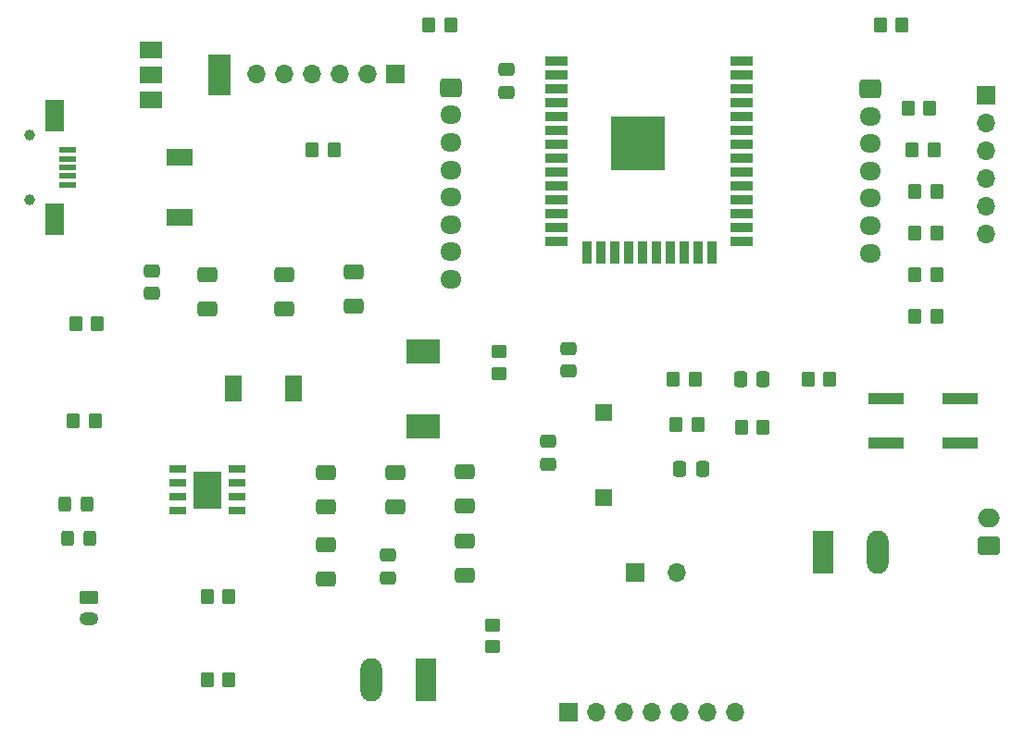
<source format=gts>
G04 #@! TF.GenerationSoftware,KiCad,Pcbnew,(6.0.4)*
G04 #@! TF.CreationDate,2022-05-21T11:57:55-05:00*
G04 #@! TF.ProjectId,REEL,5245454c-2e6b-4696-9361-645f70636258,rev?*
G04 #@! TF.SameCoordinates,Original*
G04 #@! TF.FileFunction,Soldermask,Top*
G04 #@! TF.FilePolarity,Negative*
%FSLAX46Y46*%
G04 Gerber Fmt 4.6, Leading zero omitted, Abs format (unit mm)*
G04 Created by KiCad (PCBNEW (6.0.4)) date 2022-05-21 11:57:55*
%MOMM*%
%LPD*%
G01*
G04 APERTURE LIST*
G04 Aperture macros list*
%AMRoundRect*
0 Rectangle with rounded corners*
0 $1 Rounding radius*
0 $2 $3 $4 $5 $6 $7 $8 $9 X,Y pos of 4 corners*
0 Add a 4 corners polygon primitive as box body*
4,1,4,$2,$3,$4,$5,$6,$7,$8,$9,$2,$3,0*
0 Add four circle primitives for the rounded corners*
1,1,$1+$1,$2,$3*
1,1,$1+$1,$4,$5*
1,1,$1+$1,$6,$7*
1,1,$1+$1,$8,$9*
0 Add four rect primitives between the rounded corners*
20,1,$1+$1,$2,$3,$4,$5,0*
20,1,$1+$1,$4,$5,$6,$7,0*
20,1,$1+$1,$6,$7,$8,$9,0*
20,1,$1+$1,$8,$9,$2,$3,0*%
G04 Aperture macros list end*
%ADD10RoundRect,0.250000X0.650000X-0.412500X0.650000X0.412500X-0.650000X0.412500X-0.650000X-0.412500X0*%
%ADD11RoundRect,0.250000X-0.650000X0.412500X-0.650000X-0.412500X0.650000X-0.412500X0.650000X0.412500X0*%
%ADD12RoundRect,0.250000X-0.475000X0.337500X-0.475000X-0.337500X0.475000X-0.337500X0.475000X0.337500X0*%
%ADD13RoundRect,0.250000X0.475000X-0.337500X0.475000X0.337500X-0.475000X0.337500X-0.475000X-0.337500X0*%
%ADD14RoundRect,0.250000X-0.350000X-0.450000X0.350000X-0.450000X0.350000X0.450000X-0.350000X0.450000X0*%
%ADD15RoundRect,0.250000X0.350000X0.450000X-0.350000X0.450000X-0.350000X-0.450000X0.350000X-0.450000X0*%
%ADD16R,2.000000X1.500000*%
%ADD17R,2.000000X3.800000*%
%ADD18O,1.980000X3.960000*%
%ADD19R,1.980000X3.960000*%
%ADD20R,1.700000X1.700000*%
%ADD21O,1.700000X1.700000*%
%ADD22RoundRect,0.250000X0.337500X0.475000X-0.337500X0.475000X-0.337500X-0.475000X0.337500X-0.475000X0*%
%ADD23RoundRect,0.250000X0.325000X0.450000X-0.325000X0.450000X-0.325000X-0.450000X0.325000X-0.450000X0*%
%ADD24O,1.950000X1.700000*%
%ADD25RoundRect,0.250000X-0.725000X0.600000X-0.725000X-0.600000X0.725000X-0.600000X0.725000X0.600000X0*%
%ADD26RoundRect,0.250000X-0.450000X0.350000X-0.450000X-0.350000X0.450000X-0.350000X0.450000X0.350000X0*%
%ADD27R,3.200000X1.000000*%
%ADD28R,2.000000X0.900000*%
%ADD29R,0.900000X2.000000*%
%ADD30R,5.000000X5.000000*%
%ADD31R,1.500000X2.400000*%
%ADD32R,2.513000X3.402000*%
%ADD33R,1.525000X0.700000*%
%ADD34O,2.000000X1.700000*%
%ADD35RoundRect,0.250000X0.750000X-0.600000X0.750000X0.600000X-0.750000X0.600000X-0.750000X-0.600000X0*%
%ADD36R,1.800000X3.000000*%
%ADD37R,1.500000X0.500000*%
%ADD38C,1.000000*%
%ADD39R,3.120000X2.290000*%
%ADD40O,1.750000X1.200000*%
%ADD41RoundRect,0.250000X-0.625000X0.350000X-0.625000X-0.350000X0.625000X-0.350000X0.625000X0.350000X0*%
%ADD42R,2.400000X1.500000*%
%ADD43R,1.500000X1.500000*%
G04 APERTURE END LIST*
D10*
X60325000Y-86945000D03*
X60325000Y-83820000D03*
X76835000Y-104970000D03*
X76835000Y-101845000D03*
D11*
X76835000Y-108195000D03*
X76835000Y-111320000D03*
D10*
X53340000Y-86945000D03*
X53340000Y-83820000D03*
X64135000Y-105067500D03*
X64135000Y-101942500D03*
X70485000Y-105067500D03*
X70485000Y-101942500D03*
D12*
X69850000Y-109470000D03*
X69850000Y-111545000D03*
D10*
X66675000Y-86652500D03*
X66675000Y-83527500D03*
D13*
X48260000Y-85492500D03*
X48260000Y-83417500D03*
D10*
X64135000Y-111662500D03*
X64135000Y-108537500D03*
D14*
X53267500Y-113275000D03*
X55267500Y-113275000D03*
D15*
X55267500Y-120895000D03*
X53267500Y-120895000D03*
X43052500Y-97155000D03*
X41052500Y-97155000D03*
X43252500Y-88265000D03*
X41252500Y-88265000D03*
D12*
X86360000Y-90535000D03*
X86360000Y-92610000D03*
D16*
X48107600Y-63195200D03*
X48107600Y-65495200D03*
D17*
X54407600Y-65495200D03*
D16*
X48107600Y-67795200D03*
D14*
X73565000Y-60960000D03*
X75565000Y-60960000D03*
X96155000Y-97520000D03*
X98155000Y-97520000D03*
D18*
X114630000Y-109220000D03*
D19*
X109630000Y-109220000D03*
D20*
X86360000Y-123825000D03*
D21*
X88900000Y-123825000D03*
X91440000Y-123825000D03*
X93980000Y-123825000D03*
X96520000Y-123825000D03*
X99060000Y-123825000D03*
X101600000Y-123825000D03*
D14*
X102140000Y-97790000D03*
X104140000Y-97790000D03*
D15*
X110220000Y-93345000D03*
X108220000Y-93345000D03*
D21*
X57785000Y-65405000D03*
X60325000Y-65405000D03*
X62865000Y-65405000D03*
X65405000Y-65405000D03*
X67945000Y-65405000D03*
D20*
X70485000Y-65405000D03*
X92405200Y-111023400D03*
D21*
X96215200Y-111023400D03*
D12*
X84455000Y-99060000D03*
X84455000Y-101135000D03*
D22*
X104140000Y-93345000D03*
X102065000Y-93345000D03*
D23*
X42545000Y-107950000D03*
X40495000Y-107950000D03*
D15*
X64865000Y-72390000D03*
X62865000Y-72390000D03*
D23*
X42300000Y-104775000D03*
X40250000Y-104775000D03*
D18*
X68250000Y-120895000D03*
D19*
X73250000Y-120895000D03*
D12*
X80645000Y-65002500D03*
X80645000Y-67077500D03*
D24*
X75565000Y-84175000D03*
X75565000Y-81675000D03*
X75565000Y-79175000D03*
X75565000Y-76675000D03*
X75565000Y-74175000D03*
X75565000Y-71675000D03*
X75565000Y-69175000D03*
D25*
X75565000Y-66675000D03*
D26*
X80010000Y-90805000D03*
X80010000Y-92805000D03*
D24*
X113965000Y-81795000D03*
X113965000Y-79295000D03*
X113965000Y-76795000D03*
X113965000Y-74295000D03*
X113965000Y-71795000D03*
X113965000Y-69295000D03*
D25*
X113965000Y-66795000D03*
D15*
X120015000Y-87630000D03*
X118015000Y-87630000D03*
D26*
X79375000Y-115840000D03*
X79375000Y-117840000D03*
D27*
X122145000Y-99155000D03*
X115345000Y-99155000D03*
X115345000Y-95155000D03*
X122145000Y-95155000D03*
D15*
X120015000Y-76200000D03*
X118015000Y-76200000D03*
D28*
X85198800Y-64267000D03*
X85198800Y-65537000D03*
X85198800Y-66807000D03*
X85198800Y-68077000D03*
X85198800Y-69347000D03*
X85198800Y-70617000D03*
X85198800Y-71887000D03*
X85198800Y-73157000D03*
X85198800Y-74427000D03*
X85198800Y-75697000D03*
X85198800Y-76967000D03*
X85198800Y-78237000D03*
X85198800Y-79507000D03*
X85198800Y-80777000D03*
D29*
X87983800Y-81777000D03*
X89253800Y-81777000D03*
X90523800Y-81777000D03*
X91793800Y-81777000D03*
X93063800Y-81777000D03*
X94333800Y-81777000D03*
X95603800Y-81777000D03*
X96873800Y-81777000D03*
X98143800Y-81777000D03*
X99413800Y-81777000D03*
D28*
X102198800Y-80777000D03*
X102198800Y-79507000D03*
X102198800Y-78237000D03*
X102198800Y-76967000D03*
X102198800Y-75697000D03*
X102198800Y-74427000D03*
X102198800Y-73157000D03*
X102198800Y-71887000D03*
X102198800Y-70617000D03*
X102198800Y-69347000D03*
X102198800Y-68077000D03*
X102198800Y-66807000D03*
X102198800Y-65537000D03*
X102198800Y-64267000D03*
D30*
X92698800Y-71767000D03*
D31*
X55670000Y-94225000D03*
X61170000Y-94225000D03*
D15*
X119745000Y-72390000D03*
X117745000Y-72390000D03*
D21*
X124485000Y-80035000D03*
X124485000Y-77495000D03*
X124485000Y-74955000D03*
X124485000Y-72415000D03*
X124485000Y-69875000D03*
D20*
X124485000Y-67335000D03*
D22*
X98595000Y-101600000D03*
X96520000Y-101600000D03*
D32*
X53340000Y-103505000D03*
D33*
X56052000Y-101600000D03*
X56052000Y-102870000D03*
X56052000Y-104140000D03*
X56052000Y-105410000D03*
X50628000Y-105410000D03*
X50628000Y-104140000D03*
X50628000Y-102870000D03*
X50628000Y-101600000D03*
D34*
X124795000Y-106065000D03*
D35*
X124795000Y-108565000D03*
D36*
X39370000Y-78715000D03*
X39370000Y-69215000D03*
D37*
X40520000Y-72365000D03*
X40520000Y-73165000D03*
X40520000Y-73965000D03*
X40520000Y-74765000D03*
X40520000Y-75565000D03*
D38*
X37070000Y-70965000D03*
X37070000Y-76965000D03*
D39*
X73025000Y-97655000D03*
X73025000Y-90795000D03*
D15*
X120015000Y-80010000D03*
X118015000Y-80010000D03*
X120015000Y-83820000D03*
X118015000Y-83820000D03*
D40*
X42460000Y-115300000D03*
D41*
X42460000Y-113300000D03*
D14*
X95885000Y-93345000D03*
X97885000Y-93345000D03*
D15*
X116840000Y-60960000D03*
X114840000Y-60960000D03*
X119380000Y-68580000D03*
X117380000Y-68580000D03*
D42*
X50800000Y-73025000D03*
X50800000Y-78525000D03*
D43*
X89535000Y-96430000D03*
X89535000Y-104230000D03*
M02*

</source>
